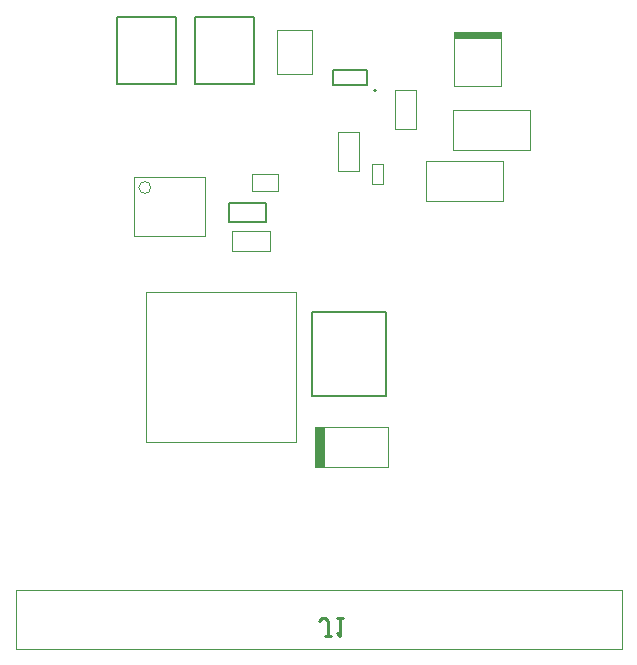
<source format=gbr>
G04*
G04 #@! TF.GenerationSoftware,Altium Limited,Altium Designer,23.10.1 (27)*
G04*
G04 Layer_Color=32768*
%FSLAX42Y42*%
%MOMM*%
G71*
G04*
G04 #@! TF.SameCoordinates,D45A84C9-24EE-431E-81B0-E16C7BED9CBD*
G04*
G04*
G04 #@! TF.FilePolarity,Positive*
G04*
G01*
G75*
%ADD10C,0.20*%
%ADD13C,0.13*%
%ADD17C,0.25*%
%ADD98C,0.10*%
%ADD103R,3.94X0.61*%
%ADD104R,0.83X3.40*%
D10*
X3381Y-479D02*
G03*
X3381Y-479I-10J0D01*
G01*
X2841Y-3063D02*
Y-2352D01*
Y-3063D02*
X3463D01*
Y-2352D01*
X2841D02*
X3463D01*
X1185Y-424D02*
X1685D01*
X1185D02*
Y146D01*
X1685D01*
Y-424D02*
Y146D01*
X1845Y-425D02*
X2345D01*
X1845D02*
Y145D01*
X2345D01*
Y-425D02*
Y145D01*
X2448Y-1591D02*
Y-1431D01*
X2138Y-1591D02*
X2448D01*
X2138D02*
Y-1431D01*
X2448D01*
D13*
X3305Y-432D02*
Y-302D01*
X3015Y-432D02*
X3305D01*
X3015D02*
Y-302D01*
X3305D01*
D17*
X2997Y-5093D02*
X2946D01*
X2972D01*
Y-4966D01*
X2946Y-4940D01*
X2921D01*
X2896Y-4966D01*
X3048Y-4940D02*
X3099D01*
X3073D01*
Y-5093D01*
X3048Y-5067D01*
D98*
X1474Y-1299D02*
G03*
X1474Y-1299I-50J0D01*
G01*
X4045Y-442D02*
X4439D01*
X4045Y15D02*
X4439D01*
Y-442D02*
Y15D01*
X4045Y-442D02*
Y15D01*
X2707Y-3457D02*
Y-2187D01*
X1437Y-3457D02*
Y-2187D01*
Y-3457D02*
X2707D01*
X1437Y-2187D02*
X2707D01*
X331Y-5203D02*
Y-4703D01*
X5461D01*
Y-5203D02*
Y-4703D01*
X331Y-5203D02*
X5461D01*
X2542Y-337D02*
X2842D01*
X2542Y33D02*
X2842D01*
Y-337D02*
Y33D01*
X2542Y-337D02*
Y33D01*
X2330Y-1185D02*
X2550D01*
X2330Y-1330D02*
X2550D01*
Y-1185D01*
X2330Y-1330D02*
Y-1185D01*
X2864Y-3325D02*
X3484D01*
X2864Y-3665D02*
X3484D01*
Y-3325D01*
X2864Y-3665D02*
Y-3325D01*
X2164Y-1838D02*
Y-1668D01*
X2484Y-1838D02*
Y-1668D01*
X2164Y-1838D02*
X2484D01*
X2164Y-1668D02*
X2484D01*
X3545Y-800D02*
X3720D01*
X3545Y-470D02*
X3720D01*
Y-800D02*
Y-470D01*
X3545Y-800D02*
Y-470D01*
X3346Y-1267D02*
X3436D01*
X3346Y-1097D02*
X3436D01*
Y-1267D02*
Y-1097D01*
X3346Y-1267D02*
Y-1097D01*
X3062Y-826D02*
X3237D01*
X3062Y-1156D02*
X3237D01*
X3062D02*
Y-826D01*
X3237Y-1156D02*
Y-826D01*
X4036Y-643D02*
X4686D01*
X4036Y-983D02*
X4686D01*
Y-643D01*
X4036Y-983D02*
Y-643D01*
X3807Y-1415D02*
X4457D01*
X3807Y-1075D02*
X4457D01*
X3807Y-1415D02*
Y-1075D01*
X4457Y-1415D02*
Y-1075D01*
X1335Y-1209D02*
X1934D01*
X1335Y-1709D02*
X1934D01*
X1335D02*
Y-1209D01*
X1934Y-1709D02*
Y-1209D01*
D103*
X4242Y-16D02*
D03*
D104*
X2905Y-3495D02*
D03*
M02*

</source>
